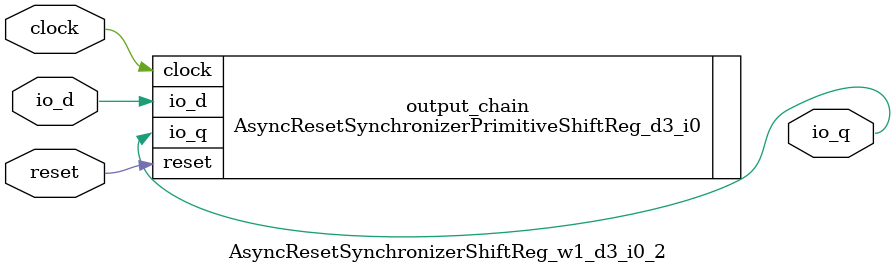
<source format=sv>
`ifndef RANDOMIZE
  `ifdef RANDOMIZE_REG_INIT
    `define RANDOMIZE
  `endif // RANDOMIZE_REG_INIT
`endif // not def RANDOMIZE
`ifndef RANDOMIZE
  `ifdef RANDOMIZE_MEM_INIT
    `define RANDOMIZE
  `endif // RANDOMIZE_MEM_INIT
`endif // not def RANDOMIZE

`ifndef RANDOM
  `define RANDOM $random
`endif // not def RANDOM

// Users can define 'PRINTF_COND' to add an extra gate to prints.
`ifndef PRINTF_COND_
  `ifdef PRINTF_COND
    `define PRINTF_COND_ (`PRINTF_COND)
  `else  // PRINTF_COND
    `define PRINTF_COND_ 1
  `endif // PRINTF_COND
`endif // not def PRINTF_COND_

// Users can define 'ASSERT_VERBOSE_COND' to add an extra gate to assert error printing.
`ifndef ASSERT_VERBOSE_COND_
  `ifdef ASSERT_VERBOSE_COND
    `define ASSERT_VERBOSE_COND_ (`ASSERT_VERBOSE_COND)
  `else  // ASSERT_VERBOSE_COND
    `define ASSERT_VERBOSE_COND_ 1
  `endif // ASSERT_VERBOSE_COND
`endif // not def ASSERT_VERBOSE_COND_

// Users can define 'STOP_COND' to add an extra gate to stop conditions.
`ifndef STOP_COND_
  `ifdef STOP_COND
    `define STOP_COND_ (`STOP_COND)
  `else  // STOP_COND
    `define STOP_COND_ 1
  `endif // STOP_COND
`endif // not def STOP_COND_

// Users can define INIT_RANDOM as general code that gets injected into the
// initializer block for modules with registers.
`ifndef INIT_RANDOM
  `define INIT_RANDOM
`endif // not def INIT_RANDOM

// If using random initialization, you can also define RANDOMIZE_DELAY to
// customize the delay used, otherwise 0.002 is used.
`ifndef RANDOMIZE_DELAY
  `define RANDOMIZE_DELAY 0.002
`endif // not def RANDOMIZE_DELAY

// Define INIT_RANDOM_PROLOG_ for use in our modules below.
`ifndef INIT_RANDOM_PROLOG_
  `ifdef RANDOMIZE
    `ifdef VERILATOR
      `define INIT_RANDOM_PROLOG_ `INIT_RANDOM
    `else  // VERILATOR
      `define INIT_RANDOM_PROLOG_ `INIT_RANDOM #`RANDOMIZE_DELAY begin end
    `endif // VERILATOR
  `else  // RANDOMIZE
    `define INIT_RANDOM_PROLOG_
  `endif // RANDOMIZE
`endif // not def INIT_RANDOM_PROLOG_

module AsyncResetSynchronizerShiftReg_w1_d3_i0_2(
  input  clock,
         reset,
         io_d,
  output io_q
);

  AsyncResetSynchronizerPrimitiveShiftReg_d3_i0 output_chain (	// @[ShiftReg.scala:45:23]
    .clock (clock),
    .reset (reset),
    .io_d  (io_d),
    .io_q  (io_q)
  );
endmodule


</source>
